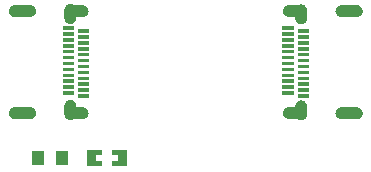
<source format=gtp>
G04 Layer: TopPasteMaskLayer*
G04 EasyEDA v6.5.48, 2025-03-09 16:09:46*
G04 6742e224e03a4d3da3a366412f0f9112,b9277fd2045942759ab1a28cc0c323af,10*
G04 Gerber Generator version 0.2*
G04 Scale: 100 percent, Rotated: No, Reflected: No *
G04 Dimensions in millimeters *
G04 leading zeros omitted , absolute positions ,4 integer and 5 decimal *
%FSLAX45Y45*%
%MOMM*%

%AMMACRO1*21,1,$1,$2,0,0,$3*%
%ADD10MACRO1,1.0998X1.2502X0.0000*%

%LPD*%
G36*
X1637487Y5225186D02*
G01*
X1632508Y5220208D01*
X1633016Y5178196D01*
X1677009Y5178196D01*
X1677009Y5133187D01*
X1632000Y5133187D01*
X1632508Y5092192D01*
X1637487Y5087213D01*
X1752498Y5087213D01*
X1757527Y5092192D01*
X1757527Y5220208D01*
X1752498Y5225186D01*
G37*
G36*
X1422501Y5225186D02*
G01*
X1417523Y5220208D01*
X1417523Y5092192D01*
X1422501Y5087213D01*
X1537512Y5087213D01*
X1542491Y5092192D01*
X1541983Y5133187D01*
X1497990Y5133187D01*
X1497990Y5178196D01*
X1542491Y5178196D01*
X1542491Y5220208D01*
X1537512Y5225186D01*
G37*
G36*
X1341577Y6246520D02*
G01*
X1341577Y6216497D01*
X1436573Y6216497D01*
X1436573Y6246520D01*
G37*
G36*
X1341577Y6196533D02*
G01*
X1341577Y6166510D01*
X1436573Y6166510D01*
X1436573Y6196533D01*
G37*
G36*
X1341577Y6146495D02*
G01*
X1341577Y6116523D01*
X1436573Y6116523D01*
X1436573Y6146495D01*
G37*
G36*
X1341577Y6096508D02*
G01*
X1341577Y6066485D01*
X1436573Y6066485D01*
X1436573Y6096508D01*
G37*
G36*
X1341577Y6046520D02*
G01*
X1341577Y6016498D01*
X1436573Y6016498D01*
X1436573Y6046520D01*
G37*
G36*
X1341577Y5996533D02*
G01*
X1341577Y5966510D01*
X1436573Y5966510D01*
X1436573Y5996533D01*
G37*
G36*
X1341577Y5946495D02*
G01*
X1341577Y5916523D01*
X1436573Y5916523D01*
X1436573Y5946495D01*
G37*
G36*
X1341577Y5896508D02*
G01*
X1341577Y5866485D01*
X1436573Y5866485D01*
X1436573Y5896508D01*
G37*
G36*
X1341577Y5846521D02*
G01*
X1341577Y5816498D01*
X1436573Y5816498D01*
X1436573Y5846521D01*
G37*
G36*
X1341577Y5796534D02*
G01*
X1341577Y5766511D01*
X1436573Y5766511D01*
X1436573Y5796534D01*
G37*
G36*
X1341577Y5746496D02*
G01*
X1341577Y5716524D01*
X1436573Y5716524D01*
X1436573Y5746496D01*
G37*
G36*
X1341577Y5696508D02*
G01*
X1341577Y5666486D01*
X1436573Y5666486D01*
X1436573Y5696508D01*
G37*
G36*
X1211580Y5721502D02*
G01*
X1211580Y5691530D01*
X1306576Y5691530D01*
X1306576Y5721502D01*
G37*
G36*
X1211580Y5771489D02*
G01*
X1211580Y5741517D01*
X1306576Y5741517D01*
X1306576Y5771489D01*
G37*
G36*
X1211580Y5821527D02*
G01*
X1211580Y5791504D01*
X1306576Y5791504D01*
X1306576Y5821527D01*
G37*
G36*
X1211580Y5871514D02*
G01*
X1211580Y5841492D01*
X1306576Y5841492D01*
X1306576Y5871514D01*
G37*
G36*
X1211580Y5921502D02*
G01*
X1211580Y5891530D01*
X1306576Y5891530D01*
X1306576Y5921502D01*
G37*
G36*
X1211580Y5971489D02*
G01*
X1211580Y5941517D01*
X1306576Y5941517D01*
X1306576Y5971489D01*
G37*
G36*
X1211580Y6021527D02*
G01*
X1211580Y5991504D01*
X1306576Y5991504D01*
X1306576Y6021527D01*
G37*
G36*
X1211580Y6071514D02*
G01*
X1211580Y6041491D01*
X1306576Y6041491D01*
X1306576Y6071514D01*
G37*
G36*
X1211580Y6121501D02*
G01*
X1211580Y6091529D01*
X1306576Y6091529D01*
X1306576Y6121501D01*
G37*
G36*
X1211580Y6171488D02*
G01*
X1211580Y6141516D01*
X1306576Y6141516D01*
X1306576Y6171488D01*
G37*
G36*
X1211580Y6221526D02*
G01*
X1211580Y6191504D01*
X1306576Y6191504D01*
X1306576Y6221526D01*
G37*
G36*
X1211580Y6271514D02*
G01*
X1211580Y6241491D01*
X1306576Y6241491D01*
X1306576Y6271514D01*
G37*
G36*
X806551Y6450990D02*
G01*
X801573Y6450736D01*
X796645Y6450025D01*
X791819Y6448806D01*
X787146Y6447078D01*
X782624Y6444894D01*
X778357Y6442303D01*
X774395Y6439306D01*
X770737Y6435902D01*
X767435Y6432194D01*
X764540Y6428130D01*
X762050Y6423812D01*
X760018Y6419291D01*
X758393Y6414566D01*
X757326Y6409690D01*
X756666Y6404762D01*
X756564Y6399733D01*
X756920Y6394805D01*
X757783Y6389878D01*
X759155Y6385102D01*
X760984Y6380429D01*
X763270Y6376009D01*
X765962Y6371793D01*
X769061Y6367932D01*
X772515Y6364376D01*
X776376Y6361125D01*
X780491Y6358331D01*
X784860Y6355943D01*
X789432Y6354013D01*
X794207Y6352540D01*
X799084Y6351574D01*
X804062Y6351066D01*
X936548Y6351016D01*
X941527Y6351270D01*
X946454Y6351981D01*
X951280Y6353200D01*
X955954Y6354927D01*
X960475Y6357112D01*
X964692Y6359702D01*
X968705Y6362700D01*
X972362Y6366103D01*
X975664Y6369812D01*
X978560Y6373876D01*
X981049Y6378194D01*
X983081Y6382715D01*
X984656Y6387439D01*
X985774Y6392316D01*
X986434Y6397244D01*
X986536Y6402273D01*
X986180Y6407200D01*
X985316Y6412128D01*
X983945Y6416903D01*
X982116Y6421577D01*
X979830Y6425996D01*
X977137Y6430213D01*
X974039Y6434074D01*
X970534Y6437680D01*
X966724Y6440881D01*
X962609Y6443675D01*
X958240Y6446062D01*
X953668Y6447993D01*
X948893Y6449466D01*
X944016Y6450431D01*
X939037Y6450939D01*
G37*
G36*
X806551Y5586984D02*
G01*
X801573Y5586730D01*
X796645Y5586018D01*
X791819Y5584799D01*
X787146Y5583072D01*
X782624Y5580888D01*
X778357Y5578297D01*
X774395Y5575300D01*
X770737Y5571896D01*
X767435Y5568188D01*
X764540Y5564124D01*
X762050Y5559806D01*
X760018Y5555284D01*
X758393Y5550560D01*
X757326Y5545683D01*
X756666Y5540756D01*
X756564Y5535726D01*
X756920Y5530799D01*
X757783Y5525871D01*
X759155Y5521096D01*
X760984Y5516422D01*
X763270Y5512003D01*
X765962Y5507786D01*
X769061Y5503926D01*
X772515Y5500319D01*
X776376Y5497118D01*
X780491Y5494324D01*
X784860Y5491937D01*
X789432Y5490006D01*
X794207Y5488533D01*
X799084Y5487568D01*
X804062Y5487060D01*
X936548Y5487009D01*
X941527Y5487263D01*
X946454Y5487974D01*
X951280Y5489194D01*
X955954Y5490921D01*
X960475Y5493105D01*
X964692Y5495696D01*
X968705Y5498693D01*
X972362Y5502097D01*
X975664Y5505805D01*
X978560Y5509869D01*
X981049Y5514187D01*
X983081Y5518708D01*
X984656Y5523433D01*
X985774Y5528310D01*
X986434Y5533237D01*
X986536Y5538266D01*
X986180Y5543194D01*
X985316Y5548122D01*
X983945Y5552897D01*
X982116Y5557570D01*
X979830Y5561990D01*
X977137Y5566206D01*
X974039Y5570067D01*
X970534Y5573623D01*
X966724Y5576874D01*
X962609Y5579668D01*
X958240Y5582056D01*
X953668Y5583986D01*
X948893Y5585460D01*
X944016Y5586425D01*
X939037Y5586933D01*
G37*
G36*
X1275842Y5649366D02*
G01*
X1270914Y5649010D01*
X1265986Y5648147D01*
X1261211Y5646775D01*
X1256538Y5644946D01*
X1252118Y5642660D01*
X1247902Y5639968D01*
X1244041Y5636869D01*
X1240434Y5633364D01*
X1237234Y5629554D01*
X1234440Y5625439D01*
X1232052Y5621070D01*
X1230122Y5616498D01*
X1228648Y5611723D01*
X1227683Y5606846D01*
X1227175Y5601868D01*
X1227124Y5529376D01*
X1227378Y5524398D01*
X1228090Y5519470D01*
X1229309Y5514644D01*
X1231036Y5509971D01*
X1233220Y5505450D01*
X1235811Y5501233D01*
X1238808Y5497220D01*
X1242212Y5493562D01*
X1245920Y5490260D01*
X1249984Y5487365D01*
X1254302Y5484876D01*
X1258824Y5482844D01*
X1263548Y5481269D01*
X1268425Y5480151D01*
X1273352Y5479491D01*
X1278382Y5479389D01*
X1283309Y5479745D01*
X1288237Y5480608D01*
X1293012Y5481980D01*
X1297686Y5483809D01*
X1303934Y5487212D01*
X1383487Y5487263D01*
X1388465Y5487771D01*
X1393342Y5488736D01*
X1398117Y5490210D01*
X1402689Y5492140D01*
X1407058Y5494528D01*
X1411173Y5497322D01*
X1414983Y5500522D01*
X1418488Y5504129D01*
X1421587Y5507990D01*
X1424279Y5512206D01*
X1426565Y5516626D01*
X1428394Y5521299D01*
X1429766Y5526074D01*
X1430629Y5531002D01*
X1430985Y5535930D01*
X1430883Y5540959D01*
X1430223Y5545886D01*
X1429105Y5550763D01*
X1427530Y5555488D01*
X1425498Y5560009D01*
X1423009Y5564327D01*
X1420114Y5568391D01*
X1416812Y5572099D01*
X1413154Y5575503D01*
X1409141Y5578500D01*
X1404924Y5581091D01*
X1400403Y5583275D01*
X1395730Y5584952D01*
X1390904Y5586222D01*
X1385976Y5586933D01*
X1380998Y5587187D01*
X1327099Y5587187D01*
X1327048Y5601868D01*
X1326540Y5606846D01*
X1325575Y5611723D01*
X1324102Y5616498D01*
X1322171Y5621070D01*
X1319784Y5625439D01*
X1316990Y5629554D01*
X1313738Y5633364D01*
X1310182Y5636869D01*
X1306322Y5639968D01*
X1302105Y5642660D01*
X1297686Y5644946D01*
X1293012Y5646775D01*
X1288237Y5648147D01*
X1283309Y5649010D01*
G37*
G36*
X1275842Y6462166D02*
G01*
X1270914Y6461810D01*
X1265986Y6460947D01*
X1261211Y6459575D01*
X1256538Y6457746D01*
X1252118Y6455460D01*
X1247902Y6452768D01*
X1244041Y6449669D01*
X1240434Y6446164D01*
X1237234Y6442354D01*
X1234440Y6438239D01*
X1232052Y6433870D01*
X1230122Y6429298D01*
X1228648Y6424523D01*
X1227683Y6419646D01*
X1227175Y6414668D01*
X1227124Y6342176D01*
X1227378Y6337198D01*
X1228090Y6332270D01*
X1229309Y6327444D01*
X1231036Y6322771D01*
X1233220Y6318250D01*
X1235811Y6314033D01*
X1238808Y6310020D01*
X1242212Y6306362D01*
X1245920Y6303060D01*
X1249984Y6300165D01*
X1254302Y6297676D01*
X1258824Y6295644D01*
X1263548Y6294069D01*
X1268425Y6292951D01*
X1273352Y6292291D01*
X1278382Y6292189D01*
X1283309Y6292545D01*
X1288237Y6293408D01*
X1293012Y6294780D01*
X1297686Y6296609D01*
X1302105Y6298895D01*
X1306322Y6301587D01*
X1310182Y6304686D01*
X1313738Y6308191D01*
X1316990Y6312001D01*
X1319784Y6316116D01*
X1322171Y6320485D01*
X1324102Y6325057D01*
X1325575Y6329832D01*
X1326540Y6334709D01*
X1327048Y6339687D01*
X1327099Y6350812D01*
X1383487Y6350863D01*
X1388465Y6351371D01*
X1393342Y6352336D01*
X1398117Y6353810D01*
X1402689Y6355740D01*
X1407058Y6358128D01*
X1411173Y6360922D01*
X1414983Y6364122D01*
X1418488Y6367729D01*
X1421587Y6371590D01*
X1424279Y6375806D01*
X1426565Y6380226D01*
X1428394Y6384899D01*
X1429766Y6389674D01*
X1430629Y6394602D01*
X1430985Y6399530D01*
X1430883Y6404559D01*
X1430223Y6409486D01*
X1429105Y6414363D01*
X1427530Y6419088D01*
X1425498Y6423609D01*
X1423009Y6427927D01*
X1420114Y6431991D01*
X1416812Y6435699D01*
X1413154Y6439103D01*
X1409141Y6442100D01*
X1404924Y6444691D01*
X1400403Y6446875D01*
X1395730Y6448552D01*
X1390904Y6449822D01*
X1385976Y6450533D01*
X1380998Y6450787D01*
X1308862Y6450787D01*
X1306322Y6452768D01*
X1302105Y6455460D01*
X1297686Y6457746D01*
X1293012Y6459575D01*
X1288237Y6460947D01*
X1283309Y6461810D01*
G37*
G36*
X3071926Y5721502D02*
G01*
X3071926Y5691479D01*
X3166922Y5691479D01*
X3166922Y5721502D01*
G37*
G36*
X3071926Y5771489D02*
G01*
X3071926Y5741466D01*
X3166922Y5741466D01*
X3166922Y5771489D01*
G37*
G36*
X3071926Y5821476D02*
G01*
X3071926Y5791504D01*
X3166922Y5791504D01*
X3166922Y5821476D01*
G37*
G36*
X3071926Y5871514D02*
G01*
X3071926Y5841492D01*
X3166922Y5841492D01*
X3166922Y5871514D01*
G37*
G36*
X3071926Y5921502D02*
G01*
X3071926Y5891479D01*
X3166922Y5891479D01*
X3166922Y5921502D01*
G37*
G36*
X3071926Y5971489D02*
G01*
X3071926Y5941466D01*
X3166922Y5941466D01*
X3166922Y5971489D01*
G37*
G36*
X3071926Y6021476D02*
G01*
X3071926Y5991504D01*
X3166922Y5991504D01*
X3166922Y6021476D01*
G37*
G36*
X3071926Y6071514D02*
G01*
X3071926Y6041491D01*
X3166922Y6041491D01*
X3166922Y6071514D01*
G37*
G36*
X3071926Y6121501D02*
G01*
X3071926Y6091478D01*
X3166922Y6091478D01*
X3166922Y6121501D01*
G37*
G36*
X3071926Y6171488D02*
G01*
X3071926Y6141466D01*
X3166922Y6141466D01*
X3166922Y6171488D01*
G37*
G36*
X3071926Y6221476D02*
G01*
X3071926Y6191504D01*
X3166922Y6191504D01*
X3166922Y6221476D01*
G37*
G36*
X3071926Y6271514D02*
G01*
X3071926Y6241491D01*
X3166922Y6241491D01*
X3166922Y6271514D01*
G37*
G36*
X3201924Y6246469D02*
G01*
X3201924Y6216497D01*
X3296920Y6216497D01*
X3296920Y6246469D01*
G37*
G36*
X3201924Y6196482D02*
G01*
X3201924Y6166510D01*
X3296920Y6166510D01*
X3296920Y6196482D01*
G37*
G36*
X3201924Y6146495D02*
G01*
X3201924Y6116472D01*
X3296920Y6116472D01*
X3296920Y6146495D01*
G37*
G36*
X3201924Y6096508D02*
G01*
X3201924Y6066485D01*
X3296920Y6066485D01*
X3296920Y6096508D01*
G37*
G36*
X3201924Y6046470D02*
G01*
X3201924Y6016498D01*
X3296920Y6016498D01*
X3296920Y6046470D01*
G37*
G36*
X3201924Y5996482D02*
G01*
X3201924Y5966510D01*
X3296920Y5966510D01*
X3296920Y5996482D01*
G37*
G36*
X3201924Y5946495D02*
G01*
X3201924Y5916472D01*
X3296920Y5916472D01*
X3296920Y5946495D01*
G37*
G36*
X3201924Y5896508D02*
G01*
X3201924Y5866485D01*
X3296920Y5866485D01*
X3296920Y5896508D01*
G37*
G36*
X3201924Y5846470D02*
G01*
X3201924Y5816498D01*
X3296920Y5816498D01*
X3296920Y5846470D01*
G37*
G36*
X3201924Y5796483D02*
G01*
X3201924Y5766511D01*
X3296920Y5766511D01*
X3296920Y5796483D01*
G37*
G36*
X3201924Y5746496D02*
G01*
X3201924Y5716473D01*
X3296920Y5716473D01*
X3296920Y5746496D01*
G37*
G36*
X3201924Y5696508D02*
G01*
X3201924Y5666486D01*
X3296920Y5666486D01*
X3296920Y5696508D01*
G37*
G36*
X3571951Y5586984D02*
G01*
X3566972Y5586730D01*
X3562045Y5586018D01*
X3557219Y5584799D01*
X3552545Y5583072D01*
X3548024Y5580888D01*
X3543808Y5578297D01*
X3539794Y5575300D01*
X3536137Y5571896D01*
X3532835Y5568188D01*
X3529939Y5564124D01*
X3527450Y5559806D01*
X3525418Y5555284D01*
X3523843Y5550560D01*
X3522726Y5545683D01*
X3522065Y5540756D01*
X3521964Y5535726D01*
X3522319Y5530799D01*
X3523183Y5525871D01*
X3524554Y5521096D01*
X3526383Y5516422D01*
X3528669Y5512003D01*
X3531362Y5507786D01*
X3534460Y5503926D01*
X3537965Y5500319D01*
X3541776Y5497118D01*
X3545890Y5494324D01*
X3550259Y5491937D01*
X3554831Y5490006D01*
X3559606Y5488533D01*
X3564483Y5487568D01*
X3569462Y5487060D01*
X3701948Y5487009D01*
X3706926Y5487263D01*
X3711854Y5487974D01*
X3716680Y5489194D01*
X3721354Y5490921D01*
X3725875Y5493105D01*
X3730091Y5495696D01*
X3734104Y5498693D01*
X3737762Y5502097D01*
X3741064Y5505805D01*
X3743960Y5509869D01*
X3746449Y5514187D01*
X3748481Y5518708D01*
X3750056Y5523433D01*
X3751173Y5528310D01*
X3751834Y5533237D01*
X3751935Y5538266D01*
X3751579Y5543194D01*
X3750716Y5548122D01*
X3749344Y5552897D01*
X3747515Y5557570D01*
X3745229Y5561990D01*
X3742537Y5566206D01*
X3739438Y5570067D01*
X3735984Y5573623D01*
X3732123Y5576874D01*
X3728008Y5579668D01*
X3723640Y5582056D01*
X3719068Y5583986D01*
X3714292Y5585460D01*
X3709415Y5586425D01*
X3704437Y5586933D01*
G37*
G36*
X3571951Y6450990D02*
G01*
X3566972Y6450736D01*
X3562045Y6450025D01*
X3557219Y6448806D01*
X3552545Y6447078D01*
X3548024Y6444894D01*
X3543808Y6442303D01*
X3539794Y6439306D01*
X3536137Y6435902D01*
X3532835Y6432194D01*
X3529939Y6428130D01*
X3527450Y6423812D01*
X3525418Y6419291D01*
X3523843Y6414566D01*
X3522726Y6409690D01*
X3522065Y6404762D01*
X3521964Y6399733D01*
X3522319Y6394805D01*
X3523183Y6389878D01*
X3524554Y6385102D01*
X3526383Y6380429D01*
X3528669Y6376009D01*
X3531362Y6371793D01*
X3534460Y6367932D01*
X3537965Y6364376D01*
X3541776Y6361125D01*
X3545890Y6358331D01*
X3550259Y6355943D01*
X3554831Y6354013D01*
X3559606Y6352540D01*
X3564483Y6351574D01*
X3569462Y6351066D01*
X3701948Y6351016D01*
X3706926Y6351270D01*
X3711854Y6351981D01*
X3716680Y6353200D01*
X3721354Y6354927D01*
X3725875Y6357112D01*
X3730091Y6359702D01*
X3734104Y6362700D01*
X3737762Y6366103D01*
X3741064Y6369812D01*
X3743960Y6373876D01*
X3746449Y6378194D01*
X3748481Y6382715D01*
X3750056Y6387439D01*
X3751173Y6392316D01*
X3751834Y6397244D01*
X3751935Y6402273D01*
X3751579Y6407200D01*
X3750716Y6412128D01*
X3749344Y6416903D01*
X3747515Y6421577D01*
X3745229Y6425996D01*
X3742537Y6430213D01*
X3739438Y6434074D01*
X3735984Y6437680D01*
X3732123Y6440881D01*
X3728008Y6443675D01*
X3723640Y6446062D01*
X3719068Y6447993D01*
X3714292Y6449466D01*
X3709415Y6450431D01*
X3704437Y6450939D01*
G37*
G36*
X3230118Y6458610D02*
G01*
X3225190Y6458254D01*
X3220262Y6457391D01*
X3215487Y6456019D01*
X3210814Y6454190D01*
X3204565Y6450787D01*
X3125012Y6450736D01*
X3120034Y6450228D01*
X3115157Y6449263D01*
X3110382Y6447790D01*
X3105810Y6445859D01*
X3101441Y6443472D01*
X3097326Y6440678D01*
X3093516Y6437477D01*
X3090011Y6433870D01*
X3086912Y6430010D01*
X3084220Y6425793D01*
X3081934Y6421374D01*
X3080105Y6416700D01*
X3078734Y6411925D01*
X3077870Y6406997D01*
X3077514Y6402070D01*
X3077616Y6397040D01*
X3078276Y6392113D01*
X3079343Y6387236D01*
X3080969Y6382512D01*
X3083001Y6377990D01*
X3085490Y6373672D01*
X3088386Y6369608D01*
X3091688Y6365900D01*
X3095345Y6362496D01*
X3099308Y6359499D01*
X3103575Y6356908D01*
X3108096Y6354724D01*
X3112770Y6353048D01*
X3117596Y6351778D01*
X3122523Y6351066D01*
X3127502Y6350812D01*
X3181400Y6350812D01*
X3181451Y6336131D01*
X3181959Y6331153D01*
X3182924Y6326276D01*
X3184398Y6321501D01*
X3186328Y6316929D01*
X3188716Y6312560D01*
X3191510Y6308445D01*
X3194761Y6304635D01*
X3198317Y6301130D01*
X3202178Y6298031D01*
X3206394Y6295339D01*
X3210814Y6293053D01*
X3215487Y6291224D01*
X3220262Y6289852D01*
X3225190Y6288989D01*
X3230118Y6288633D01*
X3235147Y6288786D01*
X3240074Y6289395D01*
X3244951Y6290513D01*
X3249676Y6292088D01*
X3254197Y6294120D01*
X3258515Y6296609D01*
X3262579Y6299555D01*
X3266287Y6302806D01*
X3269691Y6306464D01*
X3272688Y6310477D01*
X3275279Y6314694D01*
X3277463Y6319215D01*
X3279140Y6323888D01*
X3280410Y6328714D01*
X3281121Y6333642D01*
X3281375Y6338620D01*
X3281324Y6411112D01*
X3280816Y6416090D01*
X3279851Y6420967D01*
X3278378Y6425742D01*
X3276447Y6430314D01*
X3274060Y6434683D01*
X3271265Y6438798D01*
X3268014Y6442608D01*
X3264458Y6446113D01*
X3260598Y6449212D01*
X3256381Y6451904D01*
X3251962Y6454190D01*
X3247288Y6456019D01*
X3242513Y6457391D01*
X3237585Y6458254D01*
G37*
G36*
X3230118Y5645810D02*
G01*
X3225190Y5645454D01*
X3220262Y5644591D01*
X3215487Y5643219D01*
X3210814Y5641390D01*
X3206394Y5639104D01*
X3202178Y5636412D01*
X3198317Y5633313D01*
X3194761Y5629808D01*
X3191510Y5625998D01*
X3188716Y5621883D01*
X3186328Y5617514D01*
X3184398Y5612942D01*
X3182924Y5608167D01*
X3181959Y5603290D01*
X3181451Y5598312D01*
X3181400Y5587187D01*
X3125012Y5587136D01*
X3120034Y5586628D01*
X3115157Y5585663D01*
X3110382Y5584190D01*
X3105810Y5582259D01*
X3101441Y5579872D01*
X3097326Y5577078D01*
X3093516Y5573877D01*
X3090011Y5570270D01*
X3086912Y5566410D01*
X3084220Y5562193D01*
X3081934Y5557774D01*
X3080105Y5553100D01*
X3078734Y5548325D01*
X3077870Y5543397D01*
X3077514Y5538470D01*
X3077616Y5533440D01*
X3078276Y5528513D01*
X3079343Y5523636D01*
X3080969Y5518912D01*
X3083001Y5514390D01*
X3085490Y5510072D01*
X3088386Y5506008D01*
X3091688Y5502300D01*
X3095345Y5498896D01*
X3099308Y5495899D01*
X3103575Y5493308D01*
X3108096Y5491124D01*
X3112770Y5489448D01*
X3117596Y5488178D01*
X3122523Y5487466D01*
X3127502Y5487212D01*
X3199638Y5487212D01*
X3202178Y5485231D01*
X3206394Y5482539D01*
X3210814Y5480253D01*
X3215487Y5478424D01*
X3220262Y5477052D01*
X3225190Y5476189D01*
X3230118Y5475833D01*
X3235147Y5475986D01*
X3240074Y5476595D01*
X3244951Y5477713D01*
X3249676Y5479288D01*
X3254197Y5481320D01*
X3258515Y5483809D01*
X3262579Y5486755D01*
X3266287Y5490006D01*
X3269691Y5493664D01*
X3272688Y5497677D01*
X3275279Y5501894D01*
X3277463Y5506415D01*
X3279140Y5511088D01*
X3280410Y5515914D01*
X3281121Y5520842D01*
X3281375Y5525820D01*
X3281324Y5598312D01*
X3280816Y5603290D01*
X3279851Y5608167D01*
X3278378Y5612942D01*
X3276447Y5617514D01*
X3274060Y5621883D01*
X3271265Y5625998D01*
X3268014Y5629808D01*
X3264458Y5633313D01*
X3260598Y5636412D01*
X3256381Y5639104D01*
X3251962Y5641390D01*
X3247288Y5643219D01*
X3242513Y5644591D01*
X3237585Y5645454D01*
G37*
D10*
G01*
X1206500Y5156200D03*
G01*
X1003300Y5156200D03*
M02*

</source>
